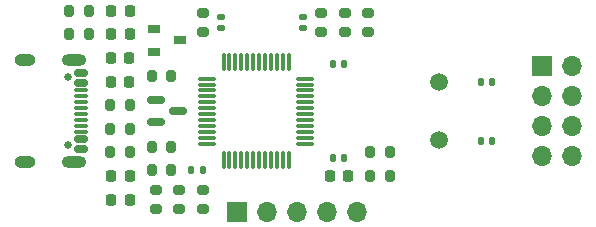
<source format=gbr>
%TF.GenerationSoftware,KiCad,Pcbnew,8.0.4*%
%TF.CreationDate,2024-10-29T04:22:13+09:00*%
%TF.ProjectId,ST-LINK-V2_1,53542d4c-494e-44b2-9d56-325f312e6b69,Rev2*%
%TF.SameCoordinates,Original*%
%TF.FileFunction,Soldermask,Top*%
%TF.FilePolarity,Negative*%
%FSLAX46Y46*%
G04 Gerber Fmt 4.6, Leading zero omitted, Abs format (unit mm)*
G04 Created by KiCad (PCBNEW 8.0.4) date 2024-10-29 04:22:13*
%MOMM*%
%LPD*%
G01*
G04 APERTURE LIST*
G04 Aperture macros list*
%AMRoundRect*
0 Rectangle with rounded corners*
0 $1 Rounding radius*
0 $2 $3 $4 $5 $6 $7 $8 $9 X,Y pos of 4 corners*
0 Add a 4 corners polygon primitive as box body*
4,1,4,$2,$3,$4,$5,$6,$7,$8,$9,$2,$3,0*
0 Add four circle primitives for the rounded corners*
1,1,$1+$1,$2,$3*
1,1,$1+$1,$4,$5*
1,1,$1+$1,$6,$7*
1,1,$1+$1,$8,$9*
0 Add four rect primitives between the rounded corners*
20,1,$1+$1,$2,$3,$4,$5,0*
20,1,$1+$1,$4,$5,$6,$7,0*
20,1,$1+$1,$6,$7,$8,$9,0*
20,1,$1+$1,$8,$9,$2,$3,0*%
G04 Aperture macros list end*
%ADD10RoundRect,0.150000X-0.587500X-0.150000X0.587500X-0.150000X0.587500X0.150000X-0.587500X0.150000X0*%
%ADD11RoundRect,0.218750X0.218750X0.256250X-0.218750X0.256250X-0.218750X-0.256250X0.218750X-0.256250X0*%
%ADD12RoundRect,0.140000X0.140000X0.170000X-0.140000X0.170000X-0.140000X-0.170000X0.140000X-0.170000X0*%
%ADD13RoundRect,0.225000X0.225000X0.250000X-0.225000X0.250000X-0.225000X-0.250000X0.225000X-0.250000X0*%
%ADD14RoundRect,0.200000X-0.200000X-0.275000X0.200000X-0.275000X0.200000X0.275000X-0.200000X0.275000X0*%
%ADD15RoundRect,0.140000X0.170000X-0.140000X0.170000X0.140000X-0.170000X0.140000X-0.170000X-0.140000X0*%
%ADD16R,1.700000X1.700000*%
%ADD17O,1.700000X1.700000*%
%ADD18RoundRect,0.200000X0.200000X0.275000X-0.200000X0.275000X-0.200000X-0.275000X0.200000X-0.275000X0*%
%ADD19RoundRect,0.140000X-0.140000X-0.170000X0.140000X-0.170000X0.140000X0.170000X-0.140000X0.170000X0*%
%ADD20RoundRect,0.200000X-0.275000X0.200000X-0.275000X-0.200000X0.275000X-0.200000X0.275000X0.200000X0*%
%ADD21RoundRect,0.200000X0.275000X-0.200000X0.275000X0.200000X-0.275000X0.200000X-0.275000X-0.200000X0*%
%ADD22C,1.500000*%
%ADD23RoundRect,0.218750X-0.218750X-0.256250X0.218750X-0.256250X0.218750X0.256250X-0.218750X0.256250X0*%
%ADD24RoundRect,0.075000X0.662500X0.075000X-0.662500X0.075000X-0.662500X-0.075000X0.662500X-0.075000X0*%
%ADD25RoundRect,0.075000X0.075000X0.662500X-0.075000X0.662500X-0.075000X-0.662500X0.075000X-0.662500X0*%
%ADD26C,0.650000*%
%ADD27RoundRect,0.150000X-0.425000X0.150000X-0.425000X-0.150000X0.425000X-0.150000X0.425000X0.150000X0*%
%ADD28RoundRect,0.075000X-0.500000X0.075000X-0.500000X-0.075000X0.500000X-0.075000X0.500000X0.075000X0*%
%ADD29O,2.100000X1.000000*%
%ADD30O,1.800000X1.000000*%
%ADD31R,1.050000X0.650000*%
G04 APERTURE END LIST*
D10*
%TO.C,Q1*%
X11000000Y-7050000D03*
X11000000Y-8950000D03*
X12875000Y-8000000D03*
%TD*%
D11*
%TO.C,F1*%
X8787500Y-13500000D03*
X7212500Y-13500000D03*
%TD*%
D12*
%TO.C,C10*%
X14980000Y-13000000D03*
X14020000Y-13000000D03*
%TD*%
D13*
%TO.C,C3*%
X8775000Y-3500000D03*
X7225000Y-3500000D03*
%TD*%
D14*
%TO.C,R7*%
X7175000Y-9500000D03*
X8825000Y-9500000D03*
%TD*%
D15*
%TO.C,C1*%
X23500000Y-980000D03*
X23500000Y-20000D03*
%TD*%
D16*
%TO.C,J2*%
X43725000Y-4200000D03*
D17*
X46265000Y-4200000D03*
X43725000Y-6740000D03*
X46265000Y-6740000D03*
X43725000Y-9280000D03*
X46265000Y-9280000D03*
X43725000Y-11820000D03*
X46265000Y-11820000D03*
%TD*%
D18*
%TO.C,R15*%
X5325000Y-1500000D03*
X3675000Y-1500000D03*
%TD*%
%TO.C,R10*%
X8825000Y-11500000D03*
X7175000Y-11500000D03*
%TD*%
D12*
%TO.C,C5*%
X26980000Y-12000000D03*
X26020000Y-12000000D03*
%TD*%
D19*
%TO.C,C6*%
X26020000Y-4000000D03*
X26980000Y-4000000D03*
%TD*%
D20*
%TO.C,R4*%
X25000000Y325000D03*
X25000000Y-1325000D03*
%TD*%
D21*
%TO.C,R3*%
X15000000Y-1325000D03*
X15000000Y325000D03*
%TD*%
D14*
%TO.C,R9*%
X10675000Y-5000000D03*
X12325000Y-5000000D03*
%TD*%
D15*
%TO.C,C8*%
X16500000Y-980000D03*
X16500000Y-20000D03*
%TD*%
D22*
%TO.C,Y1*%
X35000000Y-10450000D03*
X35000000Y-5570000D03*
%TD*%
D19*
%TO.C,C9*%
X38520000Y-5500000D03*
X39480000Y-5500000D03*
%TD*%
D21*
%TO.C,R13*%
X29000000Y-1325000D03*
X29000000Y325000D03*
%TD*%
D16*
%TO.C,J3*%
X17920000Y-16500000D03*
D17*
X20460000Y-16500000D03*
X23000000Y-16500000D03*
X25540000Y-16500000D03*
X28080000Y-16500000D03*
%TD*%
D18*
%TO.C,R6*%
X8825000Y-7500000D03*
X7175000Y-7500000D03*
%TD*%
D20*
%TO.C,R1*%
X15000000Y-14675000D03*
X15000000Y-16325000D03*
%TD*%
%TO.C,R12*%
X27000000Y325000D03*
X27000000Y-1325000D03*
%TD*%
%TO.C,R16*%
X11000000Y-14675000D03*
X11000000Y-16325000D03*
%TD*%
D14*
%TO.C,R11*%
X10675000Y-13000000D03*
X12325000Y-13000000D03*
%TD*%
D13*
%TO.C,C4*%
X8775000Y-5500000D03*
X7225000Y-5500000D03*
%TD*%
D14*
%TO.C,R8*%
X10675000Y-11000000D03*
X12325000Y-11000000D03*
%TD*%
D23*
%TO.C,D2*%
X7212500Y-1500000D03*
X8787500Y-1500000D03*
%TD*%
D11*
%TO.C,D1*%
X8787500Y500000D03*
X7212500Y500000D03*
%TD*%
D14*
%TO.C,R14*%
X3675000Y500000D03*
X5325000Y500000D03*
%TD*%
D24*
%TO.C,U1*%
X23662500Y-10750000D03*
X23662500Y-10250000D03*
X23662500Y-9750000D03*
X23662500Y-9250000D03*
X23662500Y-8750000D03*
X23662500Y-8250000D03*
X23662500Y-7750000D03*
X23662500Y-7250000D03*
X23662500Y-6750000D03*
X23662500Y-6250000D03*
X23662500Y-5750000D03*
X23662500Y-5250000D03*
D25*
X22250000Y-3837500D03*
X21750000Y-3837500D03*
X21250000Y-3837500D03*
X20750000Y-3837500D03*
X20250000Y-3837500D03*
X19750000Y-3837500D03*
X19250000Y-3837500D03*
X18750000Y-3837500D03*
X18250000Y-3837500D03*
X17750000Y-3837500D03*
X17250000Y-3837500D03*
X16750000Y-3837500D03*
D24*
X15337500Y-5250000D03*
X15337500Y-5750000D03*
X15337500Y-6250000D03*
X15337500Y-6750000D03*
X15337500Y-7250000D03*
X15337500Y-7750000D03*
X15337500Y-8250000D03*
X15337500Y-8750000D03*
X15337500Y-9250000D03*
X15337500Y-9750000D03*
X15337500Y-10250000D03*
X15337500Y-10750000D03*
D25*
X16750000Y-12162500D03*
X17250000Y-12162500D03*
X17750000Y-12162500D03*
X18250000Y-12162500D03*
X18750000Y-12162500D03*
X19250000Y-12162500D03*
X19750000Y-12162500D03*
X20250000Y-12162500D03*
X20750000Y-12162500D03*
X21250000Y-12162500D03*
X21750000Y-12162500D03*
X22250000Y-12162500D03*
%TD*%
D26*
%TO.C,J1*%
X3605000Y-5110000D03*
X3605000Y-10890000D03*
D27*
X4680000Y-4800000D03*
X4680000Y-5600000D03*
D28*
X4680000Y-6750000D03*
X4680000Y-7750000D03*
X4680000Y-8250000D03*
X4680000Y-9250000D03*
D27*
X4680000Y-10400000D03*
X4680000Y-11200000D03*
X4680000Y-11200000D03*
X4680000Y-10400000D03*
D28*
X4680000Y-9750000D03*
X4680000Y-8750000D03*
X4680000Y-7250000D03*
X4680000Y-6250000D03*
D27*
X4680000Y-5600000D03*
X4680000Y-4800000D03*
D29*
X4105000Y-3680000D03*
D30*
X-75000Y-3680000D03*
D29*
X4105000Y-12320000D03*
D30*
X-75000Y-12320000D03*
%TD*%
D19*
%TO.C,C7*%
X38520000Y-10500000D03*
X39480000Y-10500000D03*
%TD*%
D14*
%TO.C,R5*%
X29175000Y-13500000D03*
X30825000Y-13500000D03*
%TD*%
D13*
%TO.C,C2*%
X27275000Y-13500000D03*
X25725000Y-13500000D03*
%TD*%
D31*
%TO.C,IC1*%
X10900000Y-1040000D03*
X10900000Y-2960000D03*
X13100000Y-2000000D03*
%TD*%
D23*
%TO.C,D3*%
X7212500Y-15500000D03*
X8787500Y-15500000D03*
%TD*%
D14*
%TO.C,R2*%
X29175000Y-11500000D03*
X30825000Y-11500000D03*
%TD*%
D21*
%TO.C,R17*%
X13000000Y-16325000D03*
X13000000Y-14675000D03*
%TD*%
M02*

</source>
